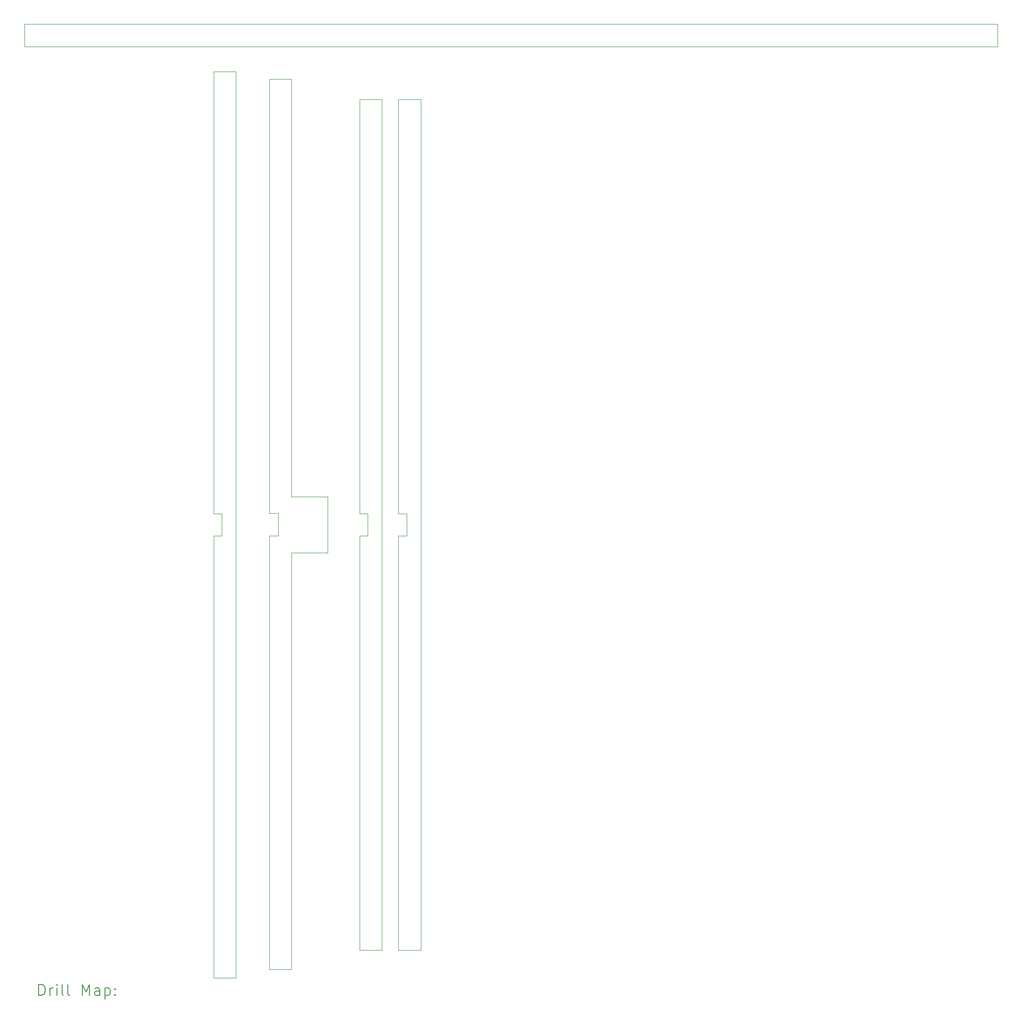
<source format=gbr>
%TF.GenerationSoftware,KiCad,Pcbnew,8.0.2+b1*%
%TF.CreationDate,2024-06-09T20:50:17-04:00*%
%TF.ProjectId,915-yagi,3931352d-7961-4676-992e-6b696361645f,rev?*%
%TF.SameCoordinates,Original*%
%TF.FileFunction,Drillmap*%
%TF.FilePolarity,Positive*%
%FSLAX45Y45*%
G04 Gerber Fmt 4.5, Leading zero omitted, Abs format (unit mm)*
G04 Created by KiCad (PCBNEW 8.0.2+b1) date 2024-06-09 20:50:17*
%MOMM*%
%LPD*%
G01*
G04 APERTURE LIST*
%ADD10C,0.050000*%
%ADD11C,0.200000*%
G04 APERTURE END LIST*
D10*
X8875000Y-18400000D02*
X8475000Y-18400000D01*
X8475000Y-10950000D01*
X8625000Y-10950000D01*
X8625000Y-10550000D01*
X8475000Y-10550000D01*
X8475000Y-3100000D01*
X8875000Y-3100000D01*
X8875000Y-18400000D01*
X8175000Y-18400000D02*
X7775000Y-18400000D01*
X7775000Y-10950000D01*
X7925000Y-10950000D01*
X7925000Y-10550000D01*
X7775000Y-10550000D01*
X7775000Y-3100000D01*
X8175000Y-3100000D01*
X8175000Y-18400000D01*
X1750000Y-1750000D02*
X19250000Y-1750000D01*
X19250000Y-2150000D01*
X1750000Y-2150000D01*
X1750000Y-1750000D01*
X5550000Y-18900000D02*
X5150000Y-18900000D01*
X5150000Y-10950000D01*
X5300000Y-10950000D01*
X5300000Y-10550000D01*
X5150000Y-10550000D01*
X5150000Y-2600000D01*
X5550000Y-2600000D01*
X5550000Y-18900000D01*
X6550000Y-10250000D02*
X7200000Y-10250000D01*
X7200000Y-11250000D01*
X6550000Y-11250000D01*
X6550000Y-18750000D01*
X6150000Y-18750000D01*
X6150000Y-10950000D01*
X6310000Y-10950000D01*
X6310000Y-10540000D01*
X6150000Y-10540000D01*
X6150000Y-2740000D01*
X6550000Y-2740000D01*
X6550000Y-10250000D01*
D11*
X2008277Y-19213984D02*
X2008277Y-19013984D01*
X2008277Y-19013984D02*
X2055896Y-19013984D01*
X2055896Y-19013984D02*
X2084467Y-19023508D01*
X2084467Y-19023508D02*
X2103515Y-19042555D01*
X2103515Y-19042555D02*
X2113039Y-19061603D01*
X2113039Y-19061603D02*
X2122563Y-19099698D01*
X2122563Y-19099698D02*
X2122563Y-19128270D01*
X2122563Y-19128270D02*
X2113039Y-19166365D01*
X2113039Y-19166365D02*
X2103515Y-19185412D01*
X2103515Y-19185412D02*
X2084467Y-19204460D01*
X2084467Y-19204460D02*
X2055896Y-19213984D01*
X2055896Y-19213984D02*
X2008277Y-19213984D01*
X2208277Y-19213984D02*
X2208277Y-19080650D01*
X2208277Y-19118746D02*
X2217801Y-19099698D01*
X2217801Y-19099698D02*
X2227324Y-19090174D01*
X2227324Y-19090174D02*
X2246372Y-19080650D01*
X2246372Y-19080650D02*
X2265420Y-19080650D01*
X2332086Y-19213984D02*
X2332086Y-19080650D01*
X2332086Y-19013984D02*
X2322563Y-19023508D01*
X2322563Y-19023508D02*
X2332086Y-19033031D01*
X2332086Y-19033031D02*
X2341610Y-19023508D01*
X2341610Y-19023508D02*
X2332086Y-19013984D01*
X2332086Y-19013984D02*
X2332086Y-19033031D01*
X2455896Y-19213984D02*
X2436848Y-19204460D01*
X2436848Y-19204460D02*
X2427324Y-19185412D01*
X2427324Y-19185412D02*
X2427324Y-19013984D01*
X2560658Y-19213984D02*
X2541610Y-19204460D01*
X2541610Y-19204460D02*
X2532086Y-19185412D01*
X2532086Y-19185412D02*
X2532086Y-19013984D01*
X2789229Y-19213984D02*
X2789229Y-19013984D01*
X2789229Y-19013984D02*
X2855896Y-19156841D01*
X2855896Y-19156841D02*
X2922562Y-19013984D01*
X2922562Y-19013984D02*
X2922562Y-19213984D01*
X3103515Y-19213984D02*
X3103515Y-19109222D01*
X3103515Y-19109222D02*
X3093991Y-19090174D01*
X3093991Y-19090174D02*
X3074943Y-19080650D01*
X3074943Y-19080650D02*
X3036848Y-19080650D01*
X3036848Y-19080650D02*
X3017801Y-19090174D01*
X3103515Y-19204460D02*
X3084467Y-19213984D01*
X3084467Y-19213984D02*
X3036848Y-19213984D01*
X3036848Y-19213984D02*
X3017801Y-19204460D01*
X3017801Y-19204460D02*
X3008277Y-19185412D01*
X3008277Y-19185412D02*
X3008277Y-19166365D01*
X3008277Y-19166365D02*
X3017801Y-19147317D01*
X3017801Y-19147317D02*
X3036848Y-19137793D01*
X3036848Y-19137793D02*
X3084467Y-19137793D01*
X3084467Y-19137793D02*
X3103515Y-19128270D01*
X3198753Y-19080650D02*
X3198753Y-19280650D01*
X3198753Y-19090174D02*
X3217801Y-19080650D01*
X3217801Y-19080650D02*
X3255896Y-19080650D01*
X3255896Y-19080650D02*
X3274943Y-19090174D01*
X3274943Y-19090174D02*
X3284467Y-19099698D01*
X3284467Y-19099698D02*
X3293991Y-19118746D01*
X3293991Y-19118746D02*
X3293991Y-19175889D01*
X3293991Y-19175889D02*
X3284467Y-19194936D01*
X3284467Y-19194936D02*
X3274943Y-19204460D01*
X3274943Y-19204460D02*
X3255896Y-19213984D01*
X3255896Y-19213984D02*
X3217801Y-19213984D01*
X3217801Y-19213984D02*
X3198753Y-19204460D01*
X3379705Y-19194936D02*
X3389229Y-19204460D01*
X3389229Y-19204460D02*
X3379705Y-19213984D01*
X3379705Y-19213984D02*
X3370182Y-19204460D01*
X3370182Y-19204460D02*
X3379705Y-19194936D01*
X3379705Y-19194936D02*
X3379705Y-19213984D01*
X3379705Y-19090174D02*
X3389229Y-19099698D01*
X3389229Y-19099698D02*
X3379705Y-19109222D01*
X3379705Y-19109222D02*
X3370182Y-19099698D01*
X3370182Y-19099698D02*
X3379705Y-19090174D01*
X3379705Y-19090174D02*
X3379705Y-19109222D01*
M02*

</source>
